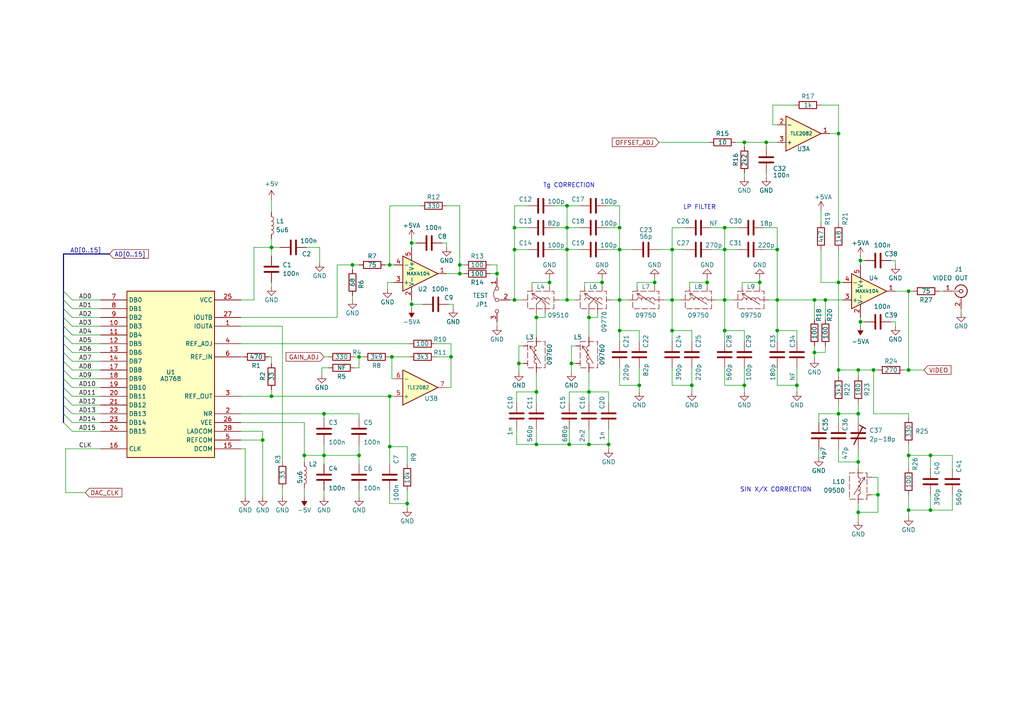
<source format=kicad_sch>
(kicad_sch (version 20231120) (generator "eeschema") (generator_version "8.0")
  (paper "A4")
  (title_block (title "${TITLE}") (date "${DATE}") (rev "${VERSION}") (company "${COPYRIGHT}") (comment 1 "${LICENSE}") (comment 2 "VIDEO OUTPUT"))
  (junction (at 263.525 107.315))
  (junction (at 248.92 133.985))
  (junction (at 170.815 128.905))
  (junction (at 243.205 107.315))
  (junction (at 225.425 86.995))
  (junction (at 133.35 76.835))
  (junction (at 155.575 92.075))
  (junction (at 113.03 76.835))
  (junction (at 243.205 81.915))
  (junction (at 164.465 72.39))
  (junction (at 170.815 92.075))
  (junction (at 150.495 105.41))
  (junction (at 210.185 86.995))
  (junction (at 179.705 66.04))
  (junction (at 249.555 75.565))
  (junction (at 149.225 72.39))
  (junction (at 164.465 86.995))
  (junction (at 164.465 59.69))
  (junction (at 76.2 127.635))
  (junction (at 174.625 81.915))
  (junction (at 243.205 38.735))
  (junction (at 225.425 95.885))
  (junction (at 263.525 84.455))
  (junction (at 170.815 113.665))
  (junction (at 194.945 95.885))
  (junction (at 239.395 86.995))
  (junction (at 102.235 76.835))
  (junction (at 155.575 128.905))
  (junction (at 210.185 95.885))
  (junction (at 104.14 132.08))
  (junction (at 104.14 103.505))
  (junction (at 215.9 111.76))
  (junction (at 159.385 81.915))
  (junction (at 149.225 86.995))
  (junction (at 236.22 86.995))
  (junction (at 269.875 147.955))
  (junction (at 176.53 128.905))
  (junction (at 189.865 81.915))
  (junction (at 263.525 132.08))
  (junction (at 164.465 66.04))
  (junction (at 78.74 114.935))
  (junction (at 93.98 120.015))
  (junction (at 210.185 72.39))
  (junction (at 155.575 113.665))
  (junction (at 248.92 120.015))
  (junction (at 113.03 114.935))
  (junction (at 113.665 103.505))
  (junction (at 243.205 120.015))
  (junction (at 88.265 132.08))
  (junction (at 78.74 71.755))
  (junction (at 263.525 147.955))
  (junction (at 194.945 72.39))
  (junction (at 254.635 143.51))
  (junction (at 248.92 107.315))
  (junction (at 93.98 132.08))
  (junction (at 119.38 88.265))
  (junction (at 248.92 148.59))
  (junction (at 165.1 128.905))
  (junction (at 179.705 86.995))
  (junction (at 185.42 111.76))
  (junction (at 215.9 41.275))
  (junction (at 149.225 66.04))
  (junction (at 113.03 129.54))
  (junction (at 179.705 72.39))
  (junction (at 220.345 81.915))
  (junction (at 118.11 146.05))
  (junction (at 130.81 103.505))
  (junction (at 133.35 79.375))
  (junction (at 205.105 81.915))
  (junction (at 165.735 105.41))
  (junction (at 269.875 132.08))
  (junction (at 236.22 102.235))
  (junction (at 119.38 70.485))
  (junction (at 210.185 66.04))
  (junction (at 225.425 72.39))
  (junction (at 253.365 107.315))
  (junction (at 144.145 79.375))
  (junction (at 231.14 111.76))
  (junction (at 222.25 41.275))
  (junction (at 179.705 95.885))
  (junction (at 194.945 86.995))
  (junction (at 200.66 111.76))
  (junction (at 249.555 93.345))
  (bus_entry (at 20.955 107.315) (size -2.54 -2.54))
  (bus_entry (at 20.955 109.855) (size -2.54 -2.54))
  (bus_entry (at 20.955 99.695) (size -2.54 -2.54))
  (bus_entry (at 20.955 117.475) (size -2.54 -2.54))
  (bus_entry (at 20.955 92.075) (size -2.54 -2.54))
  (bus_entry (at 20.955 86.995) (size -2.54 -2.54))
  (bus_entry (at 20.955 89.535) (size -2.54 -2.54))
  (bus_entry (at 20.955 120.015) (size -2.54 -2.54))
  (bus_entry (at 20.955 104.775) (size -2.54 -2.54))
  (bus_entry (at 20.955 97.155) (size -2.54 -2.54))
  (bus_entry (at 20.955 125.095) (size -2.54 -2.54))
  (bus_entry (at 20.955 102.235) (size -2.54 -2.54))
  (bus_entry (at 20.955 114.935) (size -2.54 -2.54))
  (bus_entry (at 20.955 94.615) (size -2.54 -2.54))
  (bus_entry (at 20.955 112.395) (size -2.54 -2.54))
  (bus_entry (at 20.955 122.555) (size -2.54 -2.54))
  (wire (pts (xy 249.555 93.345) (xy 250.825 93.345)))
  (wire (pts (xy 205.105 80.645) (xy 205.105 81.915)))
  (wire (pts (xy 215.265 81.915) (xy 215.265 83.185)))
  (wire (pts (xy 206.375 66.04) (xy 210.185 66.04)))
  (wire (pts (xy 20.955 114.935) (xy 29.21 114.935)))
  (wire (pts (xy 170.815 92.075) (xy 170.815 90.805)))
  (wire (pts (xy 259.715 84.455) (xy 263.525 84.455)))
  (bus (pts (xy 18.415 94.615) (xy 18.415 97.155)))
  (wire (pts (xy 263.525 147.955) (xy 263.525 149.86)))
  (wire (pts (xy 220.345 81.915) (xy 220.345 83.185)))
  (wire (pts (xy 150.495 105.41) (xy 150.495 107.95)))
  (wire (pts (xy 176.53 113.665) (xy 176.53 116.84)))
  (wire (pts (xy 20.955 117.475) (xy 29.21 117.475)))
  (wire (pts (xy 130.175 88.265) (xy 131.445 88.265)))
  (wire (pts (xy 164.465 72.39) (xy 168.275 72.39)))
  (wire (pts (xy 113.03 114.935) (xy 113.03 129.54)))
  (wire (pts (xy 93.98 128.905) (xy 93.98 132.08)))
  (wire (pts (xy 276.225 147.955) (xy 269.875 147.955)))
  (wire (pts (xy 224.155 30.48) (xy 224.155 36.195)))
  (wire (pts (xy 194.945 72.39) (xy 198.755 72.39)))
  (wire (pts (xy 104.14 103.505) (xy 105.41 103.505)))
  (wire (pts (xy 254.635 107.315) (xy 253.365 107.315)))
  (wire (pts (xy 236.22 100.33) (xy 236.22 102.235)))
  (wire (pts (xy 262.255 107.315) (xy 263.525 107.315)))
  (wire (pts (xy 130.81 103.505) (xy 130.81 112.395)))
  (wire (pts (xy 93.98 132.08) (xy 104.14 132.08)))
  (bus (pts (xy 18.415 92.075) (xy 18.415 94.615)))
  (wire (pts (xy 104.14 106.68) (xy 104.14 103.505)))
  (wire (pts (xy 225.425 86.995) (xy 225.425 72.39)))
  (wire (pts (xy 179.705 86.995) (xy 179.705 72.39)))
  (wire (pts (xy 248.92 148.59) (xy 254.635 148.59)))
  (wire (pts (xy 113.03 59.69) (xy 113.03 76.835)))
  (wire (pts (xy 20.955 107.315) (xy 29.21 107.315)))
  (wire (pts (xy 133.35 79.375) (xy 133.35 76.835)))
  (wire (pts (xy 20.955 89.535) (xy 29.21 89.535)))
  (wire (pts (xy 237.49 120.015) (xy 237.49 122.555)))
  (wire (pts (xy 225.425 111.76) (xy 231.14 111.76)))
  (wire (pts (xy 170.815 113.665) (xy 176.53 113.665)))
  (bus (pts (xy 18.415 73.66) (xy 18.415 84.455)))
  (wire (pts (xy 151.765 86.995) (xy 149.225 86.995)))
  (wire (pts (xy 231.14 95.885) (xy 225.425 95.885)))
  (wire (pts (xy 200.66 99.06) (xy 200.66 95.885)))
  (wire (pts (xy 165.735 105.41) (xy 167.005 105.41)))
  (wire (pts (xy 149.86 124.46) (xy 149.86 128.905)))
  (wire (pts (xy 222.25 42.545) (xy 222.25 41.275)))
  (wire (pts (xy 155.575 107.95) (xy 155.575 113.665)))
  (wire (pts (xy 179.705 72.39) (xy 183.515 72.39)))
  (wire (pts (xy 200.025 81.915) (xy 200.025 83.185)))
  (wire (pts (xy 113.665 103.505) (xy 118.745 103.505)))
  (wire (pts (xy 102.87 103.505) (xy 104.14 103.505)))
  (bus (pts (xy 18.415 112.395) (xy 18.415 114.935)))
  (wire (pts (xy 239.395 86.995) (xy 244.475 86.995)))
  (wire (pts (xy 113.03 114.935) (xy 114.3 114.935)))
  (wire (pts (xy 222.25 50.165) (xy 222.25 51.435)))
  (bus (pts (xy 18.415 107.315) (xy 18.415 109.855)))
  (wire (pts (xy 215.9 41.275) (xy 222.25 41.275)))
  (wire (pts (xy 231.14 111.76) (xy 231.14 113.665)))
  (bus (pts (xy 18.415 104.775) (xy 18.415 107.315)))
  (wire (pts (xy 73.66 86.995) (xy 69.85 86.995)))
  (wire (pts (xy 253.365 107.315) (xy 248.92 107.315)))
  (wire (pts (xy 93.98 132.08) (xy 93.98 134.62)))
  (wire (pts (xy 159.385 80.645) (xy 159.385 81.915)))
  (wire (pts (xy 104.14 142.24) (xy 104.14 144.145)))
  (wire (pts (xy 20.955 125.095) (xy 29.21 125.095)))
  (bus (pts (xy 18.415 102.235) (xy 18.415 104.775)))
  (wire (pts (xy 165.1 113.665) (xy 165.1 116.84)))
  (wire (pts (xy 114.3 109.855) (xy 113.665 109.855)))
  (wire (pts (xy 225.425 99.06) (xy 225.425 95.885)))
  (wire (pts (xy 133.35 79.375) (xy 134.62 79.375)))
  (wire (pts (xy 20.955 97.155) (xy 29.21 97.155)))
  (wire (pts (xy 69.85 92.075) (xy 97.79 92.075)))
  (wire (pts (xy 258.445 93.345) (xy 259.715 93.345)))
  (wire (pts (xy 213.36 41.275) (xy 215.9 41.275)))
  (wire (pts (xy 243.205 107.315) (xy 248.92 107.315)))
  (wire (pts (xy 131.445 88.265) (xy 131.445 89.535)))
  (wire (pts (xy 78.74 81.915) (xy 78.74 83.185)))
  (wire (pts (xy 113.665 103.505) (xy 113.665 109.855)))
  (wire (pts (xy 149.225 66.04) (xy 153.035 66.04)))
  (wire (pts (xy 222.25 41.275) (xy 225.425 41.275)))
  (wire (pts (xy 160.655 66.04) (xy 164.465 66.04)))
  (wire (pts (xy 78.74 105.41) (xy 78.74 103.505)))
  (wire (pts (xy 174.625 81.915) (xy 174.625 83.185)))
  (wire (pts (xy 97.79 76.835) (xy 97.79 92.075)))
  (wire (pts (xy 243.205 107.315) (xy 243.205 81.915)))
  (wire (pts (xy 93.98 120.015) (xy 104.14 120.015)))
  (wire (pts (xy 259.715 75.565) (xy 259.715 76.835)))
  (wire (pts (xy 154.305 81.915) (xy 159.385 81.915)))
  (wire (pts (xy 248.92 148.59) (xy 248.92 151.13)))
  (wire (pts (xy 239.395 86.995) (xy 239.395 92.71)))
  (wire (pts (xy 126.365 99.695) (xy 130.81 99.695)))
  (wire (pts (xy 263.525 128.905) (xy 263.525 132.08)))
  (wire (pts (xy 254.635 138.43) (xy 254.635 143.51)))
  (wire (pts (xy 254.635 143.51) (xy 254.635 148.59)))
  (wire (pts (xy 249.555 92.075) (xy 249.555 93.345)))
  (wire (pts (xy 210.185 86.995) (xy 212.725 86.995)))
  (wire (pts (xy 170.815 116.84) (xy 170.815 113.665)))
  (wire (pts (xy 78.74 69.215) (xy 78.74 71.755)))
  (wire (pts (xy 155.575 128.905) (xy 149.86 128.905)))
  (wire (pts (xy 150.495 105.41) (xy 151.765 105.41)))
  (wire (pts (xy 179.705 95.885) (xy 185.42 95.885)))
  (wire (pts (xy 179.705 111.76) (xy 179.705 106.68)))
  (wire (pts (xy 210.185 95.885) (xy 210.185 99.06)))
  (wire (pts (xy 215.9 42.545) (xy 215.9 41.275)))
  (wire (pts (xy 112.395 81.915) (xy 112.395 83.82)))
  (wire (pts (xy 248.92 146.05) (xy 248.92 148.59)))
  (wire (pts (xy 169.545 81.915) (xy 174.625 81.915)))
  (wire (pts (xy 176.53 124.46) (xy 176.53 128.905)))
  (wire (pts (xy 119.38 70.485) (xy 119.38 71.755)))
  (wire (pts (xy 119.38 88.265) (xy 122.555 88.265)))
  (wire (pts (xy 88.265 132.08) (xy 88.265 133.985)))
  (wire (pts (xy 149.225 66.04) (xy 149.225 59.69)))
  (wire (pts (xy 78.74 57.785) (xy 78.74 61.595)))
  (bus (pts (xy 18.415 73.66) (xy 31.75 73.66)))
  (wire (pts (xy 129.54 79.375) (xy 133.35 79.375)))
  (wire (pts (xy 258.445 75.565) (xy 259.715 75.565)))
  (wire (pts (xy 165.735 105.41) (xy 165.735 107.95)))
  (wire (pts (xy 243.205 120.015) (xy 248.92 120.015)))
  (wire (pts (xy 129.54 70.485) (xy 129.54 71.755)))
  (wire (pts (xy 238.125 81.915) (xy 238.125 72.39)))
  (wire (pts (xy 236.22 102.235) (xy 239.395 102.235)))
  (wire (pts (xy 120.65 70.485) (xy 119.38 70.485)))
  (bus (pts (xy 18.415 89.535) (xy 18.415 92.075)))
  (wire (pts (xy 20.955 86.995) (xy 29.21 86.995)))
  (wire (pts (xy 119.38 69.215) (xy 119.38 70.485)))
  (wire (pts (xy 240.665 38.735) (xy 243.205 38.735)))
  (bus (pts (xy 18.415 84.455) (xy 18.415 86.995)))
  (wire (pts (xy 158.115 90.805) (xy 158.115 92.075)))
  (wire (pts (xy 155.575 124.46) (xy 155.575 128.905)))
  (wire (pts (xy 69.85 103.505) (xy 70.485 103.505)))
  (wire (pts (xy 210.185 86.995) (xy 210.185 95.885)))
  (wire (pts (xy 237.49 130.175) (xy 237.49 132.715)))
  (wire (pts (xy 194.945 86.995) (xy 197.485 86.995)))
  (wire (pts (xy 20.955 104.775) (xy 29.21 104.775)))
  (wire (pts (xy 102.87 106.68) (xy 104.14 106.68)))
  (wire (pts (xy 215.9 106.68) (xy 215.9 111.76)))
  (wire (pts (xy 194.945 95.885) (xy 200.66 95.885)))
  (wire (pts (xy 149.225 86.995) (xy 149.225 72.39)))
  (wire (pts (xy 243.205 30.48) (xy 243.205 38.735)))
  (wire (pts (xy 69.85 125.095) (xy 76.2 125.095)))
  (wire (pts (xy 238.125 30.48) (xy 243.205 30.48)))
  (wire (pts (xy 179.705 66.04) (xy 179.705 72.39)))
  (wire (pts (xy 144.145 93.345) (xy 144.145 94.615)))
  (wire (pts (xy 263.525 84.455) (xy 264.795 84.455)))
  (wire (pts (xy 104.14 120.015) (xy 104.14 121.285)))
  (wire (pts (xy 130.81 99.695) (xy 130.81 103.505)))
  (wire (pts (xy 155.575 90.805) (xy 155.575 92.075)))
  (wire (pts (xy 20.955 120.015) (xy 29.21 120.015)))
  (wire (pts (xy 144.145 79.375) (xy 144.145 80.645)))
  (wire (pts (xy 118.11 129.54) (xy 118.11 134.62)))
  (wire (pts (xy 69.85 127.635) (xy 76.2 127.635)))
  (wire (pts (xy 102.235 85.725) (xy 102.235 86.995)))
  (wire (pts (xy 147.955 86.995) (xy 149.225 86.995)))
  (wire (pts (xy 113.03 142.24) (xy 113.03 146.05)))
  (wire (pts (xy 76.2 125.095) (xy 76.2 127.635)))
  (wire (pts (xy 184.785 81.915) (xy 189.865 81.915)))
  (wire (pts (xy 78.105 103.505) (xy 78.74 103.505)))
  (wire (pts (xy 215.9 50.165) (xy 215.9 51.435)))
  (wire (pts (xy 248.92 130.175) (xy 248.92 133.985)))
  (wire (pts (xy 250.825 75.565) (xy 249.555 75.565)))
  (wire (pts (xy 207.645 86.995) (xy 210.185 86.995)))
  (wire (pts (xy 154.305 83.185) (xy 154.305 81.915)))
  (wire (pts (xy 160.655 59.69) (xy 164.465 59.69)))
  (wire (pts (xy 225.425 106.68) (xy 225.425 111.76)))
  (bus (pts (xy 18.415 117.475) (xy 18.415 120.015)))
  (wire (pts (xy 149.86 113.665) (xy 149.86 116.84)))
  (wire (pts (xy 69.85 120.015) (xy 93.98 120.015)))
  (wire (pts (xy 95.25 106.68) (xy 93.345 106.68)))
  (wire (pts (xy 142.24 76.835) (xy 144.145 76.835)))
  (wire (pts (xy 244.475 81.915) (xy 243.205 81.915)))
  (wire (pts (xy 179.705 59.69) (xy 179.705 66.04)))
  (wire (pts (xy 113.03 129.54) (xy 118.11 129.54)))
  (wire (pts (xy 113.03 103.505) (xy 113.665 103.505)))
  (wire (pts (xy 81.915 94.615) (xy 81.915 133.985)))
  (wire (pts (xy 78.74 71.755) (xy 81.28 71.755)))
  (wire (pts (xy 185.42 106.68) (xy 185.42 111.76)))
  (wire (pts (xy 269.875 132.08) (xy 276.225 132.08)))
  (wire (pts (xy 19.05 142.875) (xy 24.765 142.875)))
  (wire (pts (xy 155.575 113.665) (xy 149.86 113.665)))
  (wire (pts (xy 231.14 95.885) (xy 231.14 99.06)))
  (wire (pts (xy 236.22 102.235) (xy 236.22 104.14)))
  (wire (pts (xy 76.2 127.635) (xy 76.2 144.145)))
  (wire (pts (xy 160.655 72.39) (xy 164.465 72.39)))
  (wire (pts (xy 71.12 130.175) (xy 69.85 130.175)))
  (wire (pts (xy 118.11 146.05) (xy 113.03 146.05)))
  (wire (pts (xy 164.465 66.04) (xy 164.465 72.39)))
  (wire (pts (xy 144.145 76.835) (xy 144.145 79.375)))
  (wire (pts (xy 184.785 81.915) (xy 184.785 83.185)))
  (wire (pts (xy 269.875 147.955) (xy 263.525 147.955)))
  (wire (pts (xy 263.525 132.08) (xy 263.525 135.89)))
  (wire (pts (xy 119.38 86.995) (xy 119.38 88.265)))
  (wire (pts (xy 243.205 81.915) (xy 243.205 72.39)))
  (wire (pts (xy 252.73 143.51) (xy 254.635 143.51)))
  (wire (pts (xy 69.85 122.555) (xy 88.265 122.555)))
  (wire (pts (xy 210.185 66.04) (xy 210.185 72.39)))
  (wire (pts (xy 248.92 133.985) (xy 248.92 135.89)))
  (wire (pts (xy 20.955 92.075) (xy 29.21 92.075)))
  (wire (pts (xy 102.235 76.835) (xy 102.235 78.105)))
  (wire (pts (xy 19.05 130.175) (xy 29.21 130.175)))
  (wire (pts (xy 170.815 107.95) (xy 170.815 113.665)))
  (wire (pts (xy 142.24 79.375) (xy 144.145 79.375)))
  (wire (pts (xy 237.49 120.015) (xy 243.205 120.015)))
  (wire (pts (xy 173.355 90.805) (xy 173.355 92.075)))
  (wire (pts (xy 263.525 120.015) (xy 253.365 120.015)))
  (wire (pts (xy 252.73 138.43) (xy 254.635 138.43)))
  (wire (pts (xy 224.155 36.195) (xy 225.425 36.195)))
  (wire (pts (xy 165.1 128.905) (xy 155.575 128.905)))
  (wire (pts (xy 263.525 121.285) (xy 263.525 120.015)))
  (wire (pts (xy 170.815 128.905) (xy 176.53 128.905)))
  (wire (pts (xy 238.125 60.96) (xy 238.125 64.77)))
  (wire (pts (xy 104.14 134.62) (xy 104.14 132.08)))
  (wire (pts (xy 272.415 84.455) (xy 273.685 84.455)))
  (wire (pts (xy 20.955 99.695) (xy 29.21 99.695)))
  (wire (pts (xy 78.74 113.03) (xy 78.74 114.935)))
  (wire (pts (xy 238.125 81.915) (xy 243.205 81.915)))
  (wire (pts (xy 192.405 86.995) (xy 194.945 86.995)))
  (wire (pts (xy 164.465 72.39) (xy 164.465 86.995)))
  (wire (pts (xy 191.135 72.39) (xy 194.945 72.39)))
  (wire (pts (xy 69.85 94.615) (xy 81.915 94.615)))
  (wire (pts (xy 249.555 75.565) (xy 249.555 76.835)))
  (wire (pts (xy 170.815 113.665) (xy 165.1 113.665)))
  (wire (pts (xy 20.955 122.555) (xy 29.21 122.555)))
  (wire (pts (xy 200.025 81.915) (xy 205.105 81.915)))
  (wire (pts (xy 243.205 107.315) (xy 243.205 109.22)))
  (wire (pts (xy 78.74 71.755) (xy 73.66 71.755)))
  (wire (pts (xy 263.525 147.955) (xy 263.525 143.51)))
  (wire (pts (xy 253.365 120.015) (xy 253.365 107.315)))
  (wire (pts (xy 175.895 59.69) (xy 179.705 59.69)))
  (wire (pts (xy 104.14 132.08) (xy 104.14 128.905)))
  (wire (pts (xy 88.265 122.555) (xy 88.265 132.08)))
  (wire (pts (xy 174.625 80.645) (xy 174.625 81.915)))
  (wire (pts (xy 259.715 93.345) (xy 259.715 94.615)))
  (wire (pts (xy 189.865 80.645) (xy 189.865 81.915)))
  (wire (pts (xy 210.185 86.995) (xy 210.185 72.39)))
  (wire (pts (xy 185.42 111.76) (xy 185.42 113.665)))
  (wire (pts (xy 225.425 86.995) (xy 225.425 95.885)))
  (bus (pts (xy 18.415 109.855) (xy 18.415 112.395)))
  (wire (pts (xy 205.105 81.915) (xy 205.105 83.185)))
  (wire (pts (xy 133.35 59.69) (xy 129.54 59.69)))
  (wire (pts (xy 222.885 86.995) (xy 225.425 86.995)))
  (wire (pts (xy 93.98 142.24) (xy 93.98 144.145)))
  (wire (pts (xy 220.345 80.645) (xy 220.345 81.915)))
  (wire (pts (xy 118.11 146.05) (xy 118.11 147.32)))
  (wire (pts (xy 113.03 76.835) (xy 114.3 76.835)))
  (wire (pts (xy 92.71 71.755) (xy 92.71 76.2)))
  (wire (pts (xy 185.42 111.76) (xy 179.705 111.76)))
  (wire (pts (xy 179.705 86.995) (xy 179.705 95.885)))
  (wire (pts (xy 169.545 83.185) (xy 169.545 81.915)))
  (wire (pts (xy 248.92 116.84) (xy 248.92 120.015)))
  (wire (pts (xy 263.525 107.315) (xy 263.525 84.455)))
  (wire (pts (xy 215.265 81.915) (xy 220.345 81.915)))
  (wire (pts (xy 149.225 72.39) (xy 153.035 72.39)))
  (wire (pts (xy 263.525 132.08) (xy 269.875 132.08)))
  (bus (pts (xy 18.415 86.995) (xy 18.415 89.535)))
  (wire (pts (xy 93.345 106.68) (xy 93.345 108.585)))
  (wire (pts (xy 69.85 99.695) (xy 118.745 99.695)))
  (wire (pts (xy 225.425 72.39) (xy 221.615 72.39)))
  (wire (pts (xy 194.945 72.39) (xy 194.945 66.04)))
  (wire (pts (xy 243.205 120.015) (xy 243.205 122.555)))
  (wire (pts (xy 243.205 130.175) (xy 243.205 133.985)))
  (wire (pts (xy 225.425 86.995) (xy 236.22 86.995)))
  (wire (pts (xy 114.3 81.915) (xy 112.395 81.915)))
  (wire (pts (xy 161.925 86.995) (xy 164.465 86.995)))
  (wire (pts (xy 185.42 99.06) (xy 185.42 95.885)))
  (wire (pts (xy 81.915 141.605) (xy 81.915 144.145)))
  (wire (pts (xy 118.11 142.24) (xy 118.11 146.05)))
  (wire (pts (xy 276.225 143.51) (xy 276.225 147.955)))
  (wire (pts (xy 189.865 81.915) (xy 189.865 83.185)))
  (wire (pts (xy 175.895 66.04) (xy 179.705 66.04)))
  (wire (pts (xy 210.185 72.39) (xy 213.995 72.39)))
  (wire (pts (xy 155.575 92.075) (xy 158.115 92.075)))
  (wire (pts (xy 230.505 30.48) (xy 224.155 30.48)))
  (wire (pts (xy 194.945 72.39) (xy 194.945 86.995)))
  (wire (pts (xy 278.765 89.535) (xy 278.765 90.805)))
  (wire (pts (xy 210.185 111.76) (xy 210.185 106.68)))
  (wire (pts (xy 165.1 124.46) (xy 165.1 128.905)))
  (wire (pts (xy 248.92 107.315) (xy 248.92 109.22)))
  (wire (pts (xy 269.875 132.08) (xy 269.875 135.89)))
  (wire (pts (xy 221.615 66.04) (xy 225.425 66.04)))
  (wire (pts (xy 177.165 86.995) (xy 179.705 86.995)))
  (wire (pts (xy 210.185 72.39) (xy 206.375 72.39)))
  (wire (pts (xy 155.575 116.84) (xy 155.575 113.665)))
  (wire (pts (xy 155.575 92.075) (xy 155.575 97.79)))
  (wire (pts (xy 149.225 72.39) (xy 149.225 66.04)))
  (wire (pts (xy 150.495 100.33) (xy 150.495 105.41)))
  (wire (pts (xy 200.66 106.68) (xy 200.66 111.76)))
  (wire (pts (xy 210.185 66.04) (xy 213.995 66.04)))
  (wire (pts (xy 69.85 114.935) (xy 78.74 114.935)))
  (wire (pts (xy 269.875 147.955) (xy 269.875 143.51)))
  (wire (pts (xy 121.92 59.69) (xy 113.03 59.69)))
  (wire (pts (xy 20.955 102.235) (xy 29.21 102.235)))
  (wire (pts (xy 210.185 95.885) (xy 215.9 95.885)))
  (wire (pts (xy 200.66 111.76) (xy 200.66 113.665)))
  (wire (pts (xy 164.465 66.04) (xy 168.275 66.04)))
  (wire (pts (xy 19.05 130.175) (xy 19.05 142.875)))
  (bus (pts (xy 18.415 120.015) (xy 18.415 122.555)))
  (wire (pts (xy 167.005 100.33) (xy 165.735 100.33)))
  (wire (pts (xy 164.465 59.69) (xy 164.465 66.04)))
  (wire (pts (xy 78.74 74.295) (xy 78.74 71.755)))
  (wire (pts (xy 215.9 111.76) (xy 215.9 113.665)))
  (wire (pts (xy 164.465 59.69) (xy 168.275 59.69)))
  (bus (pts (xy 18.415 114.935) (xy 18.415 117.475)))
  (wire (pts (xy 93.98 120.015) (xy 93.98 121.285)))
  (wire (pts (xy 78.74 114.935) (xy 113.03 114.935)))
  (wire (pts (xy 119.38 88.265) (xy 119.38 89.535)))
  (wire (pts (xy 191.135 41.275) (xy 205.74 41.275)))
  (wire (pts (xy 170.815 92.075) (xy 173.355 92.075)))
  (wire (pts (xy 113.03 129.54) (xy 113.03 134.62)))
  (wire (pts (xy 175.895 72.39) (xy 179.705 72.39)))
  (wire (pts (xy 176.53 128.905) (xy 176.53 130.175)))
  (wire (pts (xy 179.705 95.885) (xy 179.705 99.06)))
  (wire (pts (xy 20.955 109.855) (xy 29.21 109.855)))
  (wire (pts (xy 170.815 92.075) (xy 170.815 97.79)))
  (wire (pts (xy 225.425 66.04) (xy 225.425 72.39)))
  (bus (pts (xy 18.415 99.695) (xy 18.415 102.235)))
  (wire (pts (xy 93.98 103.505) (xy 95.25 103.505)))
  (wire (pts (xy 194.945 95.885) (xy 194.945 99.06)))
  (wire (pts (xy 102.235 76.835) (xy 97.79 76.835)))
  (wire (pts (xy 249.555 93.345) (xy 249.555 94.615)))
  (wire (pts (xy 243.205 116.84) (xy 243.205 120.015)))
  (wire (pts (xy 194.945 86.995) (xy 194.945 95.885)))
  (wire (pts (xy 111.76 76.835) (xy 113.03 76.835)))
  (wire (pts (xy 88.265 132.08) (xy 93.98 132.08)))
  (wire (pts (xy 231.14 111.76) (xy 231.14 106.68)))
  (wire (pts (xy 128.27 70.485) (xy 129.54 70.485)))
  (wire (pts (xy 243.205 133.985) (xy 248.92 133.985)))
  (wire (pts (xy 159.385 81.915) (xy 159.385 83.185)))
  (wire (pts (xy 164.465 86.995) (xy 167.005 86.995)))
  (wire (pts (xy 104.14 76.835) (xy 102.235 76.835)))
  (wire (pts (xy 276.225 132.08) (xy 276.225 135.89)))
  (wire (pts (xy 133.35 76.835) (xy 134.62 76.835)))
  (wire (pts (xy 236.22 86.995) (xy 236.22 92.71)))
  (wire (pts (xy 20.955 112.395) (xy 29.21 112.395)))
  (wire (pts (xy 165.735 100.33) (xy 165.735 105.41)))
  (bus (pts (xy 18.415 97.155) (xy 18.415 99.695)))
  (wire (pts (xy 71.12 130.175) (xy 71.12 144.145)))
  (wire (pts (xy 236.22 86.995) (xy 239.395 86.995)))
  (wire (pts (xy 239.395 100.33) (xy 239.395 102.235)))
  (wire (pts (xy 248.92 122.555) (xy 248.92 120.015)))
  (wire (pts (xy 263.525 107.315) (xy 267.97 107.315)))
  (wire (pts (xy 88.265 141.605) (xy 88.265 144.145)))
  (wire (pts (xy 215.9 99.06) (xy 215.9 95.885)))
  (wire (pts (xy 215.9 111.76) (xy 210.185 111.76)))
  (wire (pts (xy 200.66 111.76) (xy 194.945 111.76)))
  (wire (pts (xy 194.945 66.04) (xy 198.755 66.04)))
  (wire (pts (xy 243.205 38.735) (xy 243.205 64.77)))
  (wire (pts (xy 194.945 111.76) (xy 194.945 106.68)))
  (wire (pts (xy 249.555 74.295) (xy 249.555 75.565)))
  (wire (pts (xy 151.765 100.33) (xy 150.495 100.33)))
  (wire (pts (xy 133.35 76.835) (xy 133.35 59.69)))
  (wire (pts (xy 179.705 86.995) (xy 182.245 86.995)))
  (wire (pts (xy 149.225 59.69) (xy 153.035 59.69)))
  (wire (pts (xy 130.81 112.395) (xy 129.54 112.395)))
  (wire (pts (xy 170.815 128.905) (xy 165.1 128.905)))
  (wire (pts (xy 73.66 71.755) (xy 73.66 86.995)))
  (wire (pts (xy 170.815 124.46) (xy 170.815 128.905)))
  (wire (pts (xy 20.955 94.615) (xy 29.21 94.615)))
  (wire (pts (xy 126.365 103.505) (xy 130.81 103.505)))
  (wire (pts (xy 88.9 71.755) (xy 92.71 71.755)))
  (text "LP FILTER" (at 198.12 60.96 0) (effects (font (size 1.27 1.27)) (justify left bottom)))
  (text "Tg CORRECTION" (at 157.48 54.61 0) (effects (font (size 1.27 1.27)) (justify left bottom)))
  (text "SIN X/X CORRECTION" (at 214.63 142.875 0) (effects (font (size 1.27 1.27)) (justify left bottom)))
  (label "AD0" (at 22.86 86.995 0))
  (label "AD11" (at 22.86 114.935 0))
  (label "AD8" (at 22.86 107.315 0))
  (label "AD7" (at 22.86 104.775 0))
  (label "AD10" (at 22.86 112.395 0))
  (label "AD1" (at 22.86 89.535 0))
  (label "AD2" (at 22.86 92.075 0))
  (label "AD12" (at 22.86 117.475 0))
  (label "AD9" (at 22.86 109.855 0))
  (label "AD5" (at 22.86 99.695 0))
  (label "AD4" (at 22.86 97.155 0))
  (label "AD6" (at 22.86 102.235 0))
  (label "AD3" (at 22.86 94.615 0))
  (label "CLK" (at 22.86 130.175 0))
  (label "AD[0..15]" (at 20.32 73.66 0))
  (label "AD13" (at 22.86 120.015 0))
  (label "AD15" (at 22.86 125.095 0))
  (label "AD14" (at 22.86 122.555 0))
  (global_label "GAIN_ADJ" (shape input) (at 93.98 103.505 180) (property "Intersheetrefs" "${INTERSHEET_REFS}" (effects (hide yes))))
  (global_label "AD[0..15]" (shape input) (at 31.75 73.66 0) (property "Intersheetrefs" "${INTERSHEET_REFS}" (effects (hide yes))))
  (global_label "VIDEO" (shape input) (at 267.97 107.315 0) (property "Intersheetrefs" "${INTERSHEET_REFS}" (effects (hide yes))))
  (global_label "DAC_CLK" (shape input) (at 24.765 142.875 0) (property "Intersheetrefs" "${INTERSHEET_REFS}" (effects (hide yes))))
  (global_label "OFFSET_ADJ" (shape input) (at 191.135 41.275 180) (property "Intersheetrefs" "${INTERSHEET_REFS}" (effects (hide yes))))
  (symbol (lib_id "Device:R") (at 99.06 103.505 90) (unit 1)
    (property "Reference" "R4" (at 103.505 102.235 90))
    (property "Value" "330" (at 99.06 103.505 90))
    (property "Footprint" "Resistor_SMD:R_0603_1608Metric" (effects (hide yes)))
  )
  (symbol (lib_id "KJL_ADJ:KJL_ADJ_SGL") (at 248.92 140.97 0) (unit 1)
    (property "Reference" "L10" (at 245.11 139.7 0) (effects (justify right)))
    (property "Value" "09500" (at 245.11 142.24 0) (effects (justify right)))
    (property "Footprint" "NEOSID_7MM:NEOSID_7MM" (effects (hide yes)))
  )
  (symbol (lib_id "power:GND") (at 112.395 83.82 0) (unit 1)
    (property "Reference" "#PWR012" (effects (hide yes)))
    (property "Value" "GND" (at 112.395 87.63 0))
  )
  (symbol (lib_id "power:GND") (at 259.715 94.615 0) (unit 1)
    (property "Reference" "#PWR040" (effects (hide yes)))
    (property "Value" "GND" (at 259.715 98.425 0))
  )
  (symbol (lib_id "Device:C") (at 165.1 120.65 0) (unit 1)
    (property "Reference" "C15" (at 163.195 118.745 90) (effects (justify left)))
    (property "Value" "680p" (at 163.83 128.27 90) (effects (justify left)))
    (property "Footprint" "Capacitor_SMD:C_0603_1608Metric" (effects (hide yes)))
  )
  (symbol (lib_id "power:-5VA") (at 249.555 94.615 180) (unit 1)
    (property "Reference" "#PWR038" (effects (hide yes)))
    (property "Value" "-5VA" (at 249.555 99.06 0))
  )
  (symbol (lib_id "Device:R") (at 243.205 113.03 0) (unit 1)
    (property "Reference" "R22" (at 245.745 114.935 90) (effects (justify left)))
    (property "Value" "3k3" (at 243.205 114.935 90) (effects (justify left)))
    (property "Footprint" "Resistor_SMD:R_0603_1608Metric" (effects (hide yes)))
  )
  (symbol (lib_id "Device:C") (at 276.225 139.7 0) (unit 1)
    (property "Reference" "C41" (at 278.13 137.16 90) (effects (justify left)))
    (property "Value" "560p" (at 278.13 146.685 90) (effects (justify left)))
    (property "Footprint" "Capacitor_SMD:C_0603_1608Metric" (effects (hide yes)))
  )
  (symbol (lib_id "power:GND") (at 104.14 144.145 0) (unit 1)
    (property "Reference" "#PWR011" (effects (hide yes)))
    (property "Value" "GND" (at 104.14 147.955 0))
  )
  (symbol (lib_id "power:+5VA") (at 119.38 69.215 0) (unit 1)
    (property "Reference" "#PWR014" (effects (hide yes)))
    (property "Value" "+5VA" (at 119.38 65.405 0))
  )
  (symbol (lib_id "KJL_ADJ:KJL_ADJ_SGL") (at 170.815 102.87 0) (mirror y) (unit 1)
    (property "Reference" "L5" (at 166.37 97.79 0) (effects (justify right)))
    (property "Value" "09760" (at 174.625 99.695 90) (effects (justify right)))
    (property "Footprint" "NEOSID_7MM:NEOSID_7MM" (effects (hide yes)))
  )
  (symbol (lib_id "power:GND") (at 215.9 51.435 0) (unit 1)
    (property "Reference" "#PWR028" (effects (hide yes)))
    (property "Value" "GND" (at 215.9 55.245 0))
  )
  (symbol (lib_id "Device:C") (at 215.9 102.87 0) (unit 1)
    (property "Reference" "C29" (at 217.17 100.965 90) (effects (justify left)))
    (property "Value" "100p" (at 217.17 110.49 90) (effects (justify left)))
    (property "Footprint" "Capacitor_SMD:C_0603_1608Metric" (effects (hide yes)))
  )
  (symbol (lib_id "Device:C") (at 217.805 72.39 90) (unit 1)
    (property "Reference" "C31" (at 213.36 70.485 90))
    (property "Value" "220p" (at 222.25 71.12 90))
    (property "Footprint" "Capacitor_SMD:C_0603_1608Metric" (effects (hide yes)))
  )
  (symbol (lib_id "Amplifier_Operational:AD8620") (at 121.92 112.395 0) (mirror x) (unit 2)
    (property "Reference" "U3" (at 125.095 115.57 0))
    (property "Value" "TLE2082" (at 121.285 112.395 0) (effects (font (size 1 1))))
    (property "Footprint" "Package_SO:SOIC-8_3.9x4.9mm_P1.27mm" (effects (hide yes)))
    (property "Datasheet" "https://www.analog.com/media/en/technical-documentation/data-sheets/AD8610_8620.pdf" (effects (hide yes)))
  )
  (symbol (lib_id "Device:C") (at 172.085 66.04 90) (unit 1)
    (property "Reference" "C18" (at 167.64 64.135 90))
    (property "Value" "100p" (at 176.53 64.77 90))
    (property "Footprint" "Capacitor_SMD:C_0603_1608Metric" (effects (hide yes)))
  )
  (symbol (lib_id "power:GND") (at 71.12 144.145 0) (unit 1)
    (property "Reference" "#PWR01" (effects (hide yes)))
    (property "Value" "GND" (at 71.12 147.955 0))
  )
  (symbol (lib_id "Device:L") (at 78.74 65.405 0) (unit 1)
    (property "Reference" "L1" (at 80.01 64.135 0) (effects (justify left)))
    (property "Value" "5u6" (at 80.01 66.675 0) (effects (justify left)))
    (property "Footprint" "Inductor_SMD:L_1210_3225Metric" (effects (hide yes)))
  )
  (symbol (lib_id "Device:L") (at 88.265 137.795 0) (unit 1)
    (property "Reference" "L2" (at 89.535 134.62 0) (effects (justify left)))
    (property "Value" "5u6" (at 86.995 140.335 90) (effects (justify left)))
    (property "Footprint" "Inductor_SMD:L_1210_3225Metric" (effects (hide yes)))
  )
  (symbol (lib_id "Device:C") (at 104.14 138.43 0) (unit 1)
    (property "Reference" "C6" (at 105.41 135.89 0) (effects (justify left)))
    (property "Value" "100n" (at 105.41 141.605 0) (effects (justify left)))
    (property "Footprint" "Capacitor_SMD:C_0603_1608Metric" (effects (hide yes)))
  )
  (symbol (lib_id "Device:C_Trim") (at 248.92 126.365 0) (unit 1)
    (property "Reference" "C37" (at 252.095 124.841 0) (effects (justify left)))
    (property "Value" "2p-18p" (at 252.095 127.381 0) (effects (justify left)))
    (property "Footprint" "BFC2808xxxxx:BFC2808xxxxx" (effects (hide yes)))
  )
  (symbol (lib_id "Device:C") (at 113.03 138.43 0) (unit 1)
    (property "Reference" "C7" (at 114.935 134.62 90) (effects (justify left)))
    (property "Value" "100n" (at 114.935 145.415 90) (effects (justify left)))
    (property "Footprint" "Capacitor_SMD:C_0603_1608Metric" (effects (hide yes)))
  )
  (symbol (lib_id "Device:R") (at 238.125 68.58 180) (unit 1)
    (property "Reference" "R19" (at 240.03 65.405 90) (effects (justify right)))
    (property "Value" "4k7" (at 238.125 70.485 90) (effects (justify right)))
    (property "Footprint" "Resistor_SMD:R_0603_1608Metric" (effects (hide yes)))
  )
  (symbol (lib_id "Device:R") (at 78.74 109.22 0) (unit 1)
    (property "Reference" "R2" (at 76.2 110.49 90) (effects (justify left)))
    (property "Value" "33" (at 78.74 110.49 90) (effects (justify left)))
    (property "Footprint" "Resistor_SMD:R_0603_1608Metric" (effects (hide yes)))
  )
  (symbol (lib_id "power:+5VA") (at 238.125 60.96 0) (unit 1)
    (property "Reference" "#PWR035" (effects (hide yes)))
    (property "Value" "+5VA" (at 238.76 57.15 0))
  )
  (symbol (lib_id "Device:R") (at 234.315 30.48 90) (unit 1)
    (property "Reference" "R17" (at 234.315 27.94 90))
    (property "Value" "1k" (at 234.315 30.48 90))
    (property "Footprint" "Resistor_SMD:R_0603_1608Metric" (effects (hide yes)))
  )
  (symbol (lib_id "power:GND") (at 144.145 94.615 0) (unit 1)
    (property "Reference" "#PWR018" (effects (hide yes)))
    (property "Value" "GND" (at 144.145 98.425 0))
  )
  (symbol (lib_id "KJL_ADJ:KJL_ADJ_SGL") (at 187.325 86.995 90) (unit 1)
    (property "Reference" "L7" (at 187.325 83.185 90))
    (property "Value" "09750" (at 187.325 91.44 90))
    (property "Footprint" "NEOSID_7MM:NEOSID_7MM" (effects (hide yes)))
  )
  (symbol (lib_id "Device:R") (at 248.92 113.03 0) (unit 1)
    (property "Reference" "R23" (at 251.46 114.935 90) (effects (justify left)))
    (property "Value" "180" (at 248.92 114.935 90) (effects (justify left)))
    (property "Footprint" "Resistor_SMD:R_0603_1608Metric" (effects (hide yes)))
  )
  (symbol (lib_id "Device:R") (at 239.395 96.52 0) (unit 1)
    (property "Reference" "R20" (at 240.665 93.345 90) (effects (justify left)))
    (property "Value" "100" (at 239.395 98.425 90) (effects (justify left)))
    (property "Footprint" "Resistor_SMD:R_0603_1608Metric" (effects (hide yes)))
  )
  (symbol (lib_id "Device:C") (at 187.325 72.39 90) (unit 1)
    (property "Reference" "C23" (at 187.325 66.675 90))
    (property "Value" "56p" (at 187.325 68.58 90))
    (property "Footprint" "Capacitor_SMD:C_0603_1608Metric" (effects (hide yes)))
  )
  (symbol (lib_id "Device:C") (at 225.425 102.87 0) (mirror y) (unit 1)
    (property "Reference" "C33" (at 224.155 100.965 90) (effects (justify left)))
    (property "Value" "180p" (at 224.155 110.49 90) (effects (justify left)))
    (property "Footprint" "Capacitor_SMD:C_0603_1608Metric" (effects (hide yes)))
  )
  (symbol (lib_id "power:GND") (at 78.74 83.185 0) (unit 1)
    (property "Reference" "#PWR04" (effects (hide yes)))
    (property "Value" "GND" (at 78.74 86.995 0))
  )
  (symbol (lib_id "Amplifier_Operational:OPA842xDBV") (at 252.095 84.455 0) (unit 1)
    (property "Reference" "U4" (at 253.365 80.645 0))
    (property "Value" "MAX4104" (at 251.46 84.455 0) (effects (font (size 1 1))))
    (property "Footprint" "Package_TO_SOT_SMD:SOT-23-5" (effects (hide yes)))
    (property "Datasheet" "http://www.ti.com/lit/ds/symlink/opa842.pdf" (effects (hide yes)))
  )
  (symbol (lib_id "power:GND") (at 189.865 80.645 180) (unit 1)
    (property "Reference" "#PWR025" (effects (hide yes)))
    (property "Value" "GND" (at 189.865 76.835 0))
  )
  (symbol (lib_id "power:GND") (at 200.66 113.665 0) (unit 1)
    (property "Reference" "#PWR026" (effects (hide yes)))
    (property "Value" "GND" (at 200.66 117.475 0))
  )
  (symbol (lib_id "Device:C") (at 78.74 78.105 180) (unit 1)
    (property "Reference" "C1" (at 81.915 76.835 0) (effects (justify right)))
    (property "Value" "100n" (at 81.915 79.375 0) (effects (justify right)))
    (property "Footprint" "Capacitor_SMD:C_0603_1608Metric" (effects (hide yes)))
  )
  (symbol (lib_id "Connector:Conn_Coaxial") (at 278.765 84.455 0) (unit 1)
    (property "Reference" "J1" (at 276.86 78.105 0) (effects (justify left)))
    (property "Value" "VIDEO OUT" (at 270.51 80.645 0) (effects (justify left)))
    (property "Footprint" "MOLEX_73101:731010120" (effects (hide yes)))
    (property "Datasheet" " ~" (effects (hide yes)))
  )
  (symbol (lib_id "Device:R") (at 243.205 68.58 0) (unit 1)
    (property "Reference" "R21" (at 245.11 65.405 90) (effects (justify left)))
    (property "Value" "1k8" (at 243.205 70.485 90) (effects (justify left)))
    (property "Footprint" "Resistor_SMD:R_0603_1608Metric" (effects (hide yes)))
  )
  (symbol (lib_id "power:GND") (at 81.915 144.145 0) (unit 1)
    (property "Reference" "#PWR05" (effects (hide yes)))
    (property "Value" "GND" (at 81.915 147.955 0))
  )
  (symbol (lib_id "Device:C") (at 155.575 120.65 0) (unit 1)
    (property "Reference" "C11" (at 153.67 118.745 90) (effects (justify left)))
    (property "Value" "560p" (at 153.67 128.27 90) (effects (justify left)))
    (property "Footprint" "Capacitor_SMD:C_0603_1608Metric" (effects (hide yes)))
  )
  (symbol (lib_id "Jumper:Jumper_3_Bridged12") (at 144.145 86.995 90) (mirror x) (unit 1)
    (property "Reference" "JP1" (at 141.605 88.265 90) (effects (justify left)))
    (property "Value" "TEST" (at 141.605 85.725 90) (effects (justify left)))
    (property "Footprint" "Connector_PinHeader_2.54mm:PinHeader_1x03_P2.54mm_Vertical" (effects (hide yes)))
  )
  (symbol (lib_id "power:GND") (at 222.25 51.435 0) (unit 1)
    (property "Reference" "#PWR031" (effects (hide yes)))
    (property "Value" "GND" (at 222.25 55.245 0))
  )
  (symbol (lib_id "power:-5V") (at 88.265 144.145 180) (unit 1)
    (property "Reference" "#PWR06" (effects (hide yes)))
    (property "Value" "-5V" (at 88.265 147.955 0))
  )
  (symbol (lib_id "power:GND") (at 176.53 130.175 0) (unit 1)
    (property "Reference" "#PWR023" (effects (hide yes)))
    (property "Value" "GND" (at 176.53 133.985 0))
  )
  (symbol (lib_id "KJL_ADJ:KJL_ADJ_SGL") (at 202.565 86.995 90) (unit 1)
    (property "Reference" "L8" (at 202.565 83.185 90))
    (property "Value" "09750" (at 202.565 91.44 90))
    (property "Footprint" "NEOSID_7MM:NEOSID_7MM" (effects (hide yes)))
  )
  (symbol (lib_id "Device:R") (at 102.235 81.915 0) (unit 1)
    (property "Reference" "R6" (at 104.775 83.82 90) (effects (justify left)))
    (property "Value" "68" (at 102.235 83.185 90) (effects (justify left)))
    (property "Footprint" "Resistor_SMD:R_0603_1608Metric" (effects (hide yes)))
  )
  (symbol (lib_id "Device:C") (at 254.635 93.345 90) (unit 1)
    (property "Reference" "C39" (at 258.445 91.44 90))
    (property "Value" "100n" (at 255.905 88.9 90))
    (property "Footprint" "Capacitor_SMD:C_0603_1608Metric" (effects (hide yes)))
  )
  (symbol (lib_id "power:GND") (at 185.42 113.665 0) (unit 1)
    (property "Reference" "#PWR024" (effects (hide yes)))
    (property "Value" "GND" (at 185.42 117.475 0))
  )
  (symbol (lib_id "Device:R") (at 268.605 84.455 90) (unit 1)
    (property "Reference" "R27" (at 268.605 86.995 90))
    (property "Value" "75" (at 268.605 84.455 90))
    (property "Footprint" "Resistor_SMD:R_0603_1608Metric" (effects (hide yes)))
  )
  (symbol (lib_id "Device:R") (at 122.555 99.695 90) (unit 1)
    (property "Reference" "R10" (at 127.635 98.425 90))
    (property "Value" "100" (at 122.555 99.695 90))
    (property "Footprint" "Resistor_SMD:R_0603_1608Metric" (effects (hide yes)))
  )
  (symbol (lib_id "KJL_ADJ:KJL_ADJ_SGL") (at 217.805 86.995 90) (unit 1)
    (property "Reference" "L9" (at 217.805 83.185 90))
    (property "Value" "09750" (at 217.805 91.44 90))
    (property "Footprint" "NEOSID_7MM:NEOSID_7MM" (effects (hide yes)))
  )
  (symbol (lib_id "Device:C") (at 172.085 59.69 90) (unit 1)
    (property "Reference" "C17" (at 167.64 57.785 90))
    (property "Value" "100p" (at 176.53 58.42 90))
    (property "Footprint" "Capacitor_SMD:C_0603_1608Metric" (effects (hide yes)))
  )
  (symbol (lib_id "Amplifier_Operational:OPA842xDBV") (at 121.92 79.375 0) (unit 1)
    (property "Reference" "U2" (at 122.555 83.82 0))
    (property "Value" "MAX4104" (at 121.285 79.375 0) (effects (font (size 1 1))))
    (property "Footprint" "Package_TO_SOT_SMD:SOT-23-5" (effects (hide yes)))
    (property "Datasheet" "http://www.ti.com/lit/ds/symlink/opa842.pdf" (effects (hide yes)))
  )
  (symbol (lib_id "Device:R") (at 107.95 76.835 90) (unit 1)
    (property "Reference" "R7" (at 107.95 74.295 90))
    (property "Value" "75" (at 107.95 76.835 90))
    (property "Footprint" "Resistor_SMD:R_0603_1608Metric" (effects (hide yes)))
  )
  (symbol (lib_id "Device:R") (at 99.06 106.68 90) (unit 1)
    (property "Reference" "R5" (at 99.06 109.22 90))
    (property "Value" "NF" (at 99.06 106.68 90))
    (property "Footprint" "Resistor_SMD:R_0603_1608Metric" (effects (hide yes)))
  )
  (symbol (lib_id "Device:C") (at 217.805 66.04 90) (unit 1)
    (property "Reference" "C30" (at 213.36 64.135 90))
    (property "Value" "18p" (at 222.25 64.77 90))
    (property "Footprint" "Capacitor_SMD:C_0603_1608Metric" (effects (hide yes)))
  )
  (symbol (lib_id "Device:C") (at 172.085 72.39 90) (unit 1)
    (property "Reference" "C19" (at 167.64 70.485 90))
    (property "Value" "100p" (at 176.53 71.12 90))
    (property "Footprint" "Capacitor_SMD:C_0603_1608Metric" (effects (hide yes)))
  )
  (symbol (lib_id "power:GND") (at 129.54 71.755 0) (unit 1)
    (property "Reference" "#PWR016" (effects (hide yes)))
    (property "Value" "GND" (at 129.54 75.565 0))
  )
  (symbol (lib_id "Device:C") (at 269.875 139.7 0) (unit 1)
    (property "Reference" "C40" (at 271.78 137.795 90) (effects (justify left)))
    (property "Value" "390p" (at 271.78 146.685 90) (effects (justify left)))
    (property "Footprint" "Capacitor_SMD:C_0603_1608Metric" (effects (hide yes)))
  )
  (symbol (lib_id "Device:C") (at 93.98 125.095 0) (unit 1)
    (property "Reference" "C3" (at 95.25 122.555 0) (effects (justify left)))
    (property "Value" "100n" (at 95.25 128.27 0) (effects (justify left)))
    (property "Footprint" "Capacitor_SMD:C_0603_1608Metric" (effects (hide yes)))
  )
  (symbol (lib_id "Device:C") (at 231.14 102.87 0) (mirror y) (unit 1)
    (property "Reference" "C34" (at 229.87 100.965 90) (effects (justify left)))
    (property "Value" "NF" (at 229.87 110.49 90) (effects (justify left)))
    (property "Footprint" "Capacitor_SMD:C_0603_1608Metric" (effects (hide yes)))
  )
  (symbol (lib_id "power:GND") (at 174.625 80.645 180) (unit 1)
    (property "Reference" "#PWR022" (effects (hide yes)))
    (property "Value" "GND" (at 174.625 76.835 0))
  )
  (symbol (lib_id "Device:C") (at 156.845 66.04 90) (unit 1)
    (property "Reference" "C13" (at 152.4 64.135 90))
    (property "Value" "82p" (at 160.655 64.77 90))
    (property "Footprint" "Capacitor_SMD:C_0603_1608Metric" (effects (hide yes)))
  )
  (symbol (lib_id "Device:C") (at 170.815 120.65 0) (unit 1)
    (property "Reference" "C16" (at 168.91 118.745 90) (effects (justify left)))
    (property "Value" "2n2" (at 168.91 128.27 90) (effects (justify left)))
    (property "Footprint" "Capacitor_SMD:C_0603_1608Metric" (effects (hide yes)))
  )
  (symbol (lib_id "Device:C") (at 156.845 72.39 90) (unit 1)
    (property "Reference" "C14" (at 152.4 70.485 90))
    (property "Value" "100p" (at 161.29 71.12 90))
    (property "Footprint" "Capacitor_SMD:C_0603_1608Metric" (effects (hide yes)))
  )
  (symbol (lib_id "power:GND") (at 220.345 80.645 180) (unit 1)
    (property "Reference" "#PWR030" (effects (hide yes)))
    (property "Value" "GND" (at 220.345 76.835 0))
  )
  (symbol (lib_id "power:GND") (at 263.525 149.86 0) (unit 1)
    (property "Reference" "#PWR041" (effects (hide yes)))
    (property "Value" "GND" (at 263.525 153.67 0))
  )
  (symbol (lib_id "Device:C") (at 194.945 102.87 0) (unit 1)
    (property "Reference" "C24" (at 196.85 100.965 90) (effects (justify left)))
    (property "Value" "390p" (at 196.85 110.49 90) (effects (justify left)))
    (property "Footprint" "Capacitor_SMD:C_0603_1608Metric" (effects (hide yes)))
  )
  (symbol (lib_id "power:GND") (at 278.765 90.805 0) (unit 1)
    (property "Reference" "#PWR042" (effects (hide yes)))
    (property "Value" "GND" (at 278.765 94.615 0))
  )
  (symbol (lib_id "Device:C") (at 237.49 126.365 0) (unit 1)
    (property "Reference" "C35" (at 239.395 125.095 90) (effects (justify left)))
    (property "Value" "4p7" (at 238.76 133.35 90) (effects (justify left)))
    (property "Footprint" "Capacitor_SMD:C_0603_1608Metric" (effects (hide yes)))
  )
  (symbol (lib_id "Device:R") (at 118.11 138.43 0) (unit 1)
    (property "Reference" "R9" (at 120.015 133.985 90) (effects (justify left)))
    (property "Value" "10k" (at 118.11 140.335 90) (effects (justify left)))
    (property "Footprint" "Resistor_SMD:R_0603_1608Metric" (effects (hide yes)))
  )
  (symbol (lib_id "power:+5VA") (at 249.555 74.295 0) (unit 1)
    (property "Reference" "#PWR037" (effects (hide yes)))
    (property "Value" "+5VA" (at 249.555 70.485 0))
  )
  (symbol (lib_id "Device:C") (at 179.705 102.87 0) (unit 1)
    (property "Reference" "C21" (at 181.61 100.965 90) (effects (justify left)))
    (property "Value" "220p" (at 181.61 110.49 90) (effects (justify left)))
    (property "Footprint" "Capacitor_SMD:C_0603_1608Metric" (effects (hide yes)))
  )
  (symbol (lib_id "Device:C") (at 156.845 59.69 90) (unit 1)
    (property "Reference" "C12" (at 152.4 57.785 90))
    (property "Value" "100p" (at 161.29 58.42 90))
    (property "Footprint" "Capacitor_SMD:C_0603_1608Metric" (effects (hide yes)))
  )
  (symbol (lib_id "power:GND") (at 159.385 80.645 180) (unit 1)
    (property "Reference" "#PWR020" (effects (hide yes)))
    (property "Value" "GND" (at 159.385 76.835 0))
  )
  (symbol (lib_id "power:GND") (at 231.14 113.665 0) (mirror y) (unit 1)
    (property "Reference" "#PWR032" (effects (hide yes)))
    (property "Value" "GND" (at 231.14 117.475 0))
  )
  (symbol (lib_id "AD768:AD768") (at 49.53 107.315 0) (unit 1)
    (property "Reference" "U1" (at 49.53 107.95 0))
    (property "Value" "AD768" (at 49.53 109.855 0))
    (property "Footprint" "Package_SO:SOIC-28W_7.5x18.7mm_P1.27mm" (effects (hide yes)))
  )
  (symbol (lib_id "Device:C") (at 210.185 102.87 0) (unit 1)
    (property "Reference" "C28" (at 211.455 100.965 90) (effects (justify left)))
    (property "Value" "560p" (at 211.455 110.49 90) (effects (justify left)))
    (property "Footprint" "Capacitor_SMD:C_0603_1608Metric" (effects (hide yes)))
  )
  (symbol (lib_id "Device:R") (at 263.525 139.7 0) (unit 1)
    (property "Reference" "R26" (at 265.43 136.525 90) (effects (justify left)))
    (property "Value" "100" (at 263.525 141.605 90) (effects (justify left)))
    (property "Footprint" "Resistor_SMD:R_0603_1608Metric" (effects (hide yes)))
  )
  (symbol (lib_id "power:GND") (at 92.71 76.2 0) (unit 1)
    (property "Reference" "#PWR07" (effects (hide yes)))
    (property "Value" "GND" (at 92.71 80.01 0))
  )
  (symbol (lib_id "Device:C") (at 243.205 126.365 0) (unit 1)
    (property "Reference" "C36" (at 245.11 125.095 90) (effects (justify left)))
    (property "Value" "47p" (at 245.11 133.35 90) (effects (justify left)))
    (property "Footprint" "Capacitor_SMD:C_0603_1608Metric" (effects (hide yes)))
  )
  (symbol (lib_id "Device:R") (at 74.295 103.505 90) (unit 1)
    (property "Reference" "R1" (at 74.295 106.045 90))
    (property "Value" "470" (at 74.295 103.505 90))
    (property "Footprint" "Resistor_SMD:R_0603_1608Metric" (effects (hide yes)))
  )
  (symbol (lib_id "Device:R") (at 215.9 46.355 0) (unit 1)
    (property "Reference" "R16" (at 213.36 48.26 90) (effects (justify left)))
    (property "Value" "2k2" (at 215.9 48.26 90) (effects (justify left)))
    (property "Footprint" "Resistor_SMD:R_0603_1608Metric" (effects (hide yes)))
  )
  (symbol (lib_id "Device:C") (at 185.42 102.87 0) (unit 1)
    (property "Reference" "C22" (at 187.325 100.965 90) (effects (justify left)))
    (property "Value" "82p" (at 187.325 109.22 90) (effects (justify left)))
    (property "Footprint" "Capacitor_SMD:C_0603_1608Metric" (effects (hide yes)))
  )
  (symbol (lib_id "Device:R") (at 109.22 103.505 90) (unit 1)
    (property "Reference" "R8" (at 109.22 106.045 90))
    (property "Value" "3k9" (at 109.22 103.505 90))
    (property "Footprint" "Resistor_SMD:R_0603_1608Metric" (effects (hide yes)))
  )
  (symbol (lib_id "power:+5V") (at 78.74 57.785 0) (unit 1)
    (property "Reference" "#PWR03" (effects (hide yes)))
    (property "Value" "+5V" (at 78.74 53.34 0))
  )
  (symbol (lib_id "Device:C") (at 202.565 72.39 90) (unit 1)
    (property "Reference" "C27" (at 198.12 70.485 90))
    (property "Value" "270p" (at 207.01 71.12 90))
    (property "Footprint" "Capacitor_SMD:C_0603_1608Metric" (effects (hide yes)))
  )
  (symbol (lib_id "Device:C") (at 104.14 125.095 180) (unit 1)
    (property "Reference" "C5" (at 105.41 122.555 0) (effects (justify right)))
    (property "Value" "100n" (at 105.41 128.27 0) (effects (justify right)))
    (property "Footprint" "Capacitor_SMD:C_0603_1608Metric" (effects (hide yes)))
  )
  (symbol (lib_id "KJL_ADJ:KJL_ADJ_SGL") (at 155.575 102.87 0) (mirror y) (unit 1)
    (property "Reference" "L3" (at 152.4 97.79 0) (effects (justify right)))
    (property "Value" "09760" (at 159.385 99.695 90) (effects (justify right)))
    (property "Footprint" "NEOSID_7MM:NEOSID_7MM" (effects (hide yes)))
  )
  (symbol (lib_id "Device:C") (at 93.98 138.43 0) (unit 1)
    (property "Reference" "C4" (at 95.25 135.89 0) (effects (justify left)))
    (property "Value" "100n" (at 95.25 141.605 0) (effects (justify left)))
    (property "Footprint" "Capacitor_SMD:C_0603_1608Metric" (effects (hide yes)))
  )
  (symbol (lib_id "power:GND") (at 215.9 113.665 0) (unit 1)
    (property "Reference" "#PWR029" (effects (hide yes)))
    (property "Value" "GND" (at 215.9 117.475 0))
  )
  (symbol (lib_id "Device:R") (at 122.555 103.505 90) (unit 1)
    (property "Reference" "R11" (at 127.635 102.235 90))
    (property "Value" "3k3" (at 122.555 103.505 90))
    (property "Footprint" "Resistor_SMD:R_0603_1608Metric" (effects (hide yes)))
  )
  (symbol (lib_id "Device:C") (at 202.565 66.04 90) (unit 1)
    (property "Reference" "C26" (at 198.12 64.135 90))
    (property "Value" "NF" (at 207.01 64.77 90))
    (property "Footprint" "Capacitor_SMD:C_0603_1608Metric" (effects (hide yes)))
  )
  (symbol (lib_id "Device:R") (at 138.43 76.835 90) (unit 1)
    (property "Reference" "R13" (at 138.43 74.295 90))
    (property "Value" "100" (at 138.43 76.835 90))
    (property "Footprint" "Resistor_SMD:R_0603_1608Metric" (effects (hide yes)))
  )
  (symbol (lib_id "KJL_ADJ:KJL_ADJ_DUAL") (at 156.845 86.995 90) (unit 1)
    (property "Reference" "L4" (at 156.845 83.185 90))
    (property "Value" "09510" (at 161.925 91.44 90))
    (property "Footprint" "NEOSID_7MM:NEOSID_7MM" (effects (hide yes)))
  )
  (symbol (lib_id "power:GND") (at 236.22 104.14 0) (unit 1)
    (property "Reference" "#PWR033" (effects (hide yes)))
    (property "Value" "GND" (at 236.22 107.95 0))
  )
  (symbol (lib_id "Device:R") (at 81.915 137.795 0) (unit 1)
    (property "Reference" "R3" (at 80.645 134.62 90) (effects (justify left)))
    (property "Value" "33" (at 81.915 139.065 90) (effects (justify left)))
    (property "Footprint" "Resistor_SMD:R_0603_1608Metric" (effects (hide yes)))
  )
  (symbol (lib_id "power:GND") (at 248.92 151.13 0) (unit 1)
    (property "Reference" "#PWR036" (effects (hide yes)))
    (property "Value" "GND" (at 248.92 154.94 0))
  )
  (symbol (lib_id "Amplifier_Operational:AD8620") (at 233.045 38.735 0) (mirror x) (unit 1)
    (property "Reference" "U3" (at 233.045 43.18 0))
    (property "Value" "TLE2082" (at 232.41 38.735 0) (effects (font (size 1 1))))
    (property "Footprint" "Package_SO:SOIC-8_3.9x4.9mm_P1.27mm" (effects (hide yes)))
    (property "Datasheet" "https://www.analog.com/media/en/technical-documentation/data-sheets/AD8610_8620.pdf" (effects (hide yes)))
  )
  (symbol (lib_id "Device:C") (at 222.25 46.355 0) (unit 1)
    (property "Reference" "C32" (at 224.155 48.895 0) (effects (justify left)))
    (property "Value" "100n" (at 224.155 50.8 0) (effects (justify left)))
    (property "Footprint" "Capacitor_SMD:C_0603_1608Metric" (effects (hide yes)))
  )
  (symbol (lib_id "Device:C") (at 85.09 71.755 270) (unit 1)
    (property "Reference" "C2" (at 88.9 73.66 90))
    (property "Value" "100n" (at 89.535 69.85 90))
    (property "Footprint" "Capacitor_SMD:C_0603_1608Metric" (effects (hide yes)))
  )
  (symbol (lib_id "Device:R") (at 258.445 107.315 90) (unit 1)
    (property "Reference" "R24" (at 258.445 104.775 90))
    (property "Value" "270" (at 258.445 107.315 90))
    (property "Footprint" "Resistor_SMD:R_0603_1608Metric" (effects (hide yes)))
  )
  (symbol (lib_id "Device:R") (at 263.525 125.095 0) (unit 1)
    (property "Reference" "R25" (at 265.43 125.095 0) (effects (justify left)))
    (property "Value" "330" (at 263.525 127 90) (effects (justify left)))
    (property "Footprint" "Resistor_SMD:R_0603_1608Metric" (effects (hide yes)))
  )
  (symbol (lib_id "power:GND") (at 102.235 86.995 0) (unit 1)
    (property "Reference" "#PWR010" (effects (hide yes)))
    (property "Value" "GND" (at 102.235 90.805 0))
  )
  (symbol (lib_id "KJL_ADJ:KJL_ADJ_DUAL") (at 172.085 86.995 90) (unit 1)
    (property "Reference" "L6" (at 172.085 83.185 90))
    (property "Value" "09770" (at 175.26 93.345 0))
    (property "Footprint" "NEOSID_7MM:NEOSID_7MM" (effects (hide yes)))
  )
  (symbol (lib_id "Device:C") (at 200.66 102.87 0) (unit 1)
    (property "Reference" "C25" (at 202.565 100.965 90) (effects (justify left)))
    (property "Value" "220p" (at 202.565 110.49 90) (effects (justify left)))
    (property "Footprint" "Capacitor_SMD:C_0603_1608Metric" (effects (hide yes)))
  )
  (symbol (lib_id "power:GND") (at 93.345 108.585 0) (unit 1)
    (property "Reference" "#PWR08" (effects (hide yes)))
    (property "Value" "GND" (at 93.345 112.395 0))
  )
  (symbol (lib_id "Device:C") (at 176.53 120.65 0) (unit 1)
    (property "Reference" "C20" (at 174.625 118.745 90) (effects (justify left)))
    (property "Value" "1n" (at 174.625 127.635 90) (effects (justify left)))
    (property "Footprint" "Capacitor_SMD:C_0603_1608Metric" (effects (hide yes)))
  )
  (symbol (lib_id "power:GND") (at 118.11 147.32 0) (unit 1)
    (property "Reference" "#PWR013" (effects (hide yes)))
    (property "Value" "GND" (at 118.11 151.13 0))
  )
  (symbol (lib_id "Device:R") (at 209.55 41.275 90) (unit 1)
    (property "Reference" "R15" (at 209.55 38.735 90))
    (property "Value" "10" (at 209.55 41.275 90))
    (property "Footprint" "Resistor_SMD:R_0603_1608Metric" (effects (hide yes)))
  )
  (symbol (lib_id "power:GND") (at 150.495 107.95 0) (mirror y) (unit 1)
    (property "Reference" "#PWR019" (effects (hide yes)))
    (property "Value" "GND" (at 150.495 111.76 0))
  )
  (symbol (lib_id "Device:C") (at 149.86 120.65 0) (unit 1)
    (property "Reference" "C10" (at 147.955 118.745 90) (effects (justify left)))
    (property "Value" "1n" (at 147.955 126.365 90) (effects (justify left)))
    (property "Footprint" "Capacitor_SMD:C_0603_1608Metric" (effects (hide yes)))
  )
  (symbol (lib_id "Device:C") (at 126.365 88.265 90) (unit 1)
    (property "Reference" "C9" (at 130.175 86.36 90))
    (property "Value" "100n" (at 127.635 83.82 90))
    (property "Footprint" "Capacitor_SMD:C_0603_1608Metric" (effects (hide yes)))
  )
  (symbol (lib_id "Device:R") (at 236.22 96.52 0) (unit 1)
    (property "Reference" "R18" (at 237.49 93.345 90) (effects (justify left)))
    (property "Value" "100" (at 236.22 98.425 90) (effects (justify left)))
    (property "Footprint" "Resistor_SMD:R_0603_1608Metric" (effects (hide yes)))
  )
  (symbol (lib_id "power:GND") (at 205.105 80.645 180) (unit 1)
    (property "Reference" "#PWR027" (effects (hide yes)))
    (property "Value" "GND" (at 205.105 76.835 0))
  )
  (symbol (lib_id "power:GND") (at 237.49 132.715 0) (unit 1)
    (property "Reference" "#PWR034" (effects (hide yes)))
    (property "Value" "GND" (at 237.49 136.525 0))
  )
  (symbol (lib_id "Device:C") (at 254.635 75.565 90) (unit 1)
    (property "Reference" "C38" (at 258.445 73.66 90))
    (property "Value" "100n" (at 255.905 71.12 90))
    (property "Footprint" "Capacitor_SMD:C_0603_1608Metric" (effects (hide yes)))
  )
  (symbol (lib_id "power:-5VA") (at 119.38 89.535 180) (unit 1)
    (property "Reference" "#PWR015" (effects (hide yes)))
    (property "Value" "-5VA" (at 119.38 93.345 0))
  )
  (symbol (lib_id "power:GND") (at 76.2 144.145 0) (unit 1)
    (property "Reference" "#PWR02" (effects (hide yes)))
    (property "Value" "GND" (at 76.2 147.955 0))
  )
  (symbol (lib_id "power:GND") (at 93.98 144.145 0) (unit 1)
    (property "Reference" "#PWR09" (effects (hide yes)))
    (property "Value" "GND" (at 93.98 147.955 0))
  )
  (symbol (lib_id "Device:R") (at 138.43 79.375 90) (unit 1)
    (property "Reference" "R14" (at 138.43 81.915 90))
    (property "Value" "100" (at 138.43 79.375 90))
    (property "Footprint" "Resistor_SMD:R_0603_1608Metric" (effects (hide yes)))
  )
  (symbol (lib_id "Device:C") (at 124.46 70.485 90) (unit 1)
    (property "Reference" "C8" (at 128.27 68.58 90))
    (property "Value" "100n" (at 125.73 66.04 90))
    (property "Footprint" "Capacitor_SMD:C_0603_1608Metric" (effects (hide yes)))
  )
  (symbol (lib_id "Device:R") (at 125.73 59.69 90) (unit 1)
    (property "Reference" "R12" (at 125.73 57.15 90))
    (property "Value" "330" (at 125.73 59.69 90))
    (property "Footprint" "Resistor_SMD:R_0603_1608Metric" (effects (hide yes)))
  )
  (symbol (lib_id "power:GND") (at 165.735 107.95 0) (mirror y) (unit 1)
    (property "Reference" "#PWR021" (effects (hide yes)))
    (property "Value" "GND" (at 165.735 111.76 0))
  )
  (symbol (lib_id "power:GND") (at 131.445 89.535 0) (unit 1)
    (property "Reference" "#PWR017" (effects (hide yes)))
    (property "Value" "GND" (at 131.445 93.345 0))
  )
  (symbol (lib_id "power:GND") (at 259.715 76.835 0) (unit 1)
    (property "Reference" "#PWR039" (effects (hide yes)))
    (property "Value" "GND" (at 259.715 80.645 0))
  )
)
</source>
